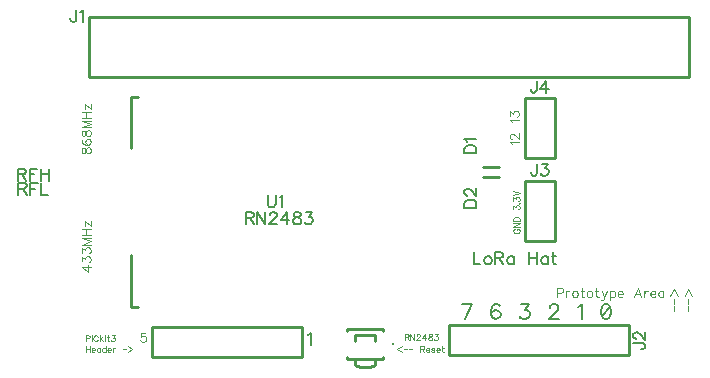
<source format=gbr>
G04 DipTrace 3.1.0.0*
G04 TopSilk.gbr*
%MOMM*%
G04 #@! TF.FileFunction,Legend,Top*
G04 #@! TF.Part,Single*
%ADD10C,0.254*%
%ADD31C,0.29999*%
%ADD67C,0.15686*%
%ADD68C,0.19608*%
%ADD69C,0.11765*%
%ADD70C,0.07843*%
%FSLAX35Y35*%
G04*
G71*
G90*
G75*
G01*
G04 TopSilk*
%LPD*%
X5179950Y2630053D2*
D10*
X5050050D1*
Y2539947D2*
X5179950D1*
X6796667Y3390000D2*
Y3898000D1*
X1716667Y3390000D2*
Y3898000D1*
X6796667D1*
X1716667Y3390000D2*
X6796667D1*
X6287000Y1287000D2*
X4763000D1*
X6287000Y1033000D2*
X4763000D1*
X6287000Y1287000D2*
Y1033000D1*
X4763000Y1287000D2*
Y1033000D1*
X5403000Y1999000D2*
X5657000D1*
X5403000Y2507000D2*
Y1999000D1*
Y2507000D2*
X5657000D1*
Y1999000D1*
Y3211000D2*
X5403000D1*
X5657000Y2703000D2*
Y3211000D1*
Y2703000D2*
X5403000D1*
Y3211000D1*
X2243333Y1274000D2*
Y1020000D1*
X3513333Y1274000D2*
X2243333D1*
X3513333Y1020000D2*
X2243333D1*
X3513333Y1274000D2*
Y1020000D1*
X4135009Y1205015D2*
X3965017D1*
X4200075Y1255000D2*
X3900044D1*
X4200075Y1005010D2*
X3900044D1*
X3965017Y1205015D2*
Y1154998D1*
X4135009Y1205015D2*
Y1154998D1*
X3900044Y1255000D2*
Y1239985D1*
X4200075Y1255000D2*
Y1239985D1*
X3900044Y1005010D2*
Y1019993D1*
X4200075Y1005010D2*
Y1019993D1*
X4135009Y1005010D2*
Y949988D1*
X4095011Y930000D1*
X4005062D1*
X3965017Y1005010D2*
Y949988D1*
X4005062Y930000D1*
D31*
X4290094Y1129989D3*
X2068475Y1885755D2*
D10*
Y1443878D1*
X2129067D1*
X2068475Y2784904D2*
Y3221788D1*
X2129067D1*
X4891211Y2743126D2*
D67*
X4993298D1*
X4993299Y2777155D1*
X4988357Y2791755D1*
X4978699Y2801526D1*
X4968928Y2806355D1*
X4954440Y2811184D1*
X4930069D1*
X4915469Y2806355D1*
X4905811Y2801526D1*
X4896040Y2791755D1*
X4891211Y2777155D1*
Y2743126D1*
X4910752Y2842557D2*
X4905811Y2852328D1*
X4891323Y2866928D1*
X4993298D1*
X4891211Y2281229D2*
X4993298D1*
X4993299Y2315258D1*
X4988357Y2329858D1*
X4978699Y2339629D1*
X4968928Y2344458D1*
X4954440Y2349287D1*
X4930069D1*
X4915469Y2344458D1*
X4905811Y2339629D1*
X4896040Y2329858D1*
X4891211Y2315258D1*
Y2281229D1*
X4915582Y2385601D2*
X4910752D1*
X4900982Y2390431D1*
X4896152Y2395260D1*
X4891323Y2405031D1*
Y2424460D1*
X4896152Y2434118D1*
X4900982Y2438947D1*
X4910752Y2443889D1*
X4920411D1*
X4930182Y2438947D1*
X4944669Y2429289D1*
X4993299Y2380660D1*
X4993298Y2448718D1*
X1603110Y3956789D2*
Y3879072D1*
X1598280Y3864472D1*
X1593339Y3859643D1*
X1583680Y3854702D1*
X1573910D1*
X1564251Y3859643D1*
X1559422Y3864472D1*
X1554480Y3879072D1*
Y3888731D1*
X1634482Y3937248D2*
X1644253Y3942189D1*
X1658853Y3956677D1*
Y3854702D1*
X6321460Y1134599D2*
X6399177D1*
X6413777Y1129770D1*
X6418606Y1124829D1*
X6423548Y1115170D1*
Y1105399D1*
X6418606Y1095741D1*
X6413777Y1090912D1*
X6399177Y1085970D1*
X6389519D1*
X6345831Y1170913D2*
X6341002D1*
X6331231Y1175743D1*
X6326402Y1180572D1*
X6321573Y1190343D1*
Y1209772D1*
X6326402Y1219430D1*
X6331231Y1224260D1*
X6341002Y1229201D1*
X6350660D1*
X6360431Y1224259D1*
X6374919Y1214601D1*
X6423548Y1165972D1*
Y1234030D1*
X5504599Y2655789D2*
Y2578072D1*
X5499770Y2563472D1*
X5494828Y2558643D1*
X5485170Y2553702D1*
X5475399D1*
X5465741Y2558643D1*
X5460911Y2563472D1*
X5455970Y2578072D1*
Y2587731D1*
X5545742Y2655677D2*
X5599089D1*
X5570001Y2616819D1*
X5584601D1*
X5594259Y2611989D1*
X5599089Y2607160D1*
X5604030Y2592560D1*
Y2582902D1*
X5599089Y2568302D1*
X5589430Y2558531D1*
X5574830Y2553702D1*
X5560230D1*
X5545742Y2558531D1*
X5540913Y2563472D1*
X5535972Y2573131D1*
X5502184Y3359789D2*
Y3282072D1*
X5497355Y3267472D1*
X5492414Y3262643D1*
X5482755Y3257702D1*
X5472984D1*
X5463326Y3262643D1*
X5458497Y3267472D1*
X5453555Y3282072D1*
Y3291731D1*
X5582186Y3257702D2*
Y3359677D1*
X5533557Y3291731D1*
X5606445D1*
X1110018Y2565551D2*
X1153705D1*
X1168305Y2570492D1*
X1173247Y2575321D1*
X1178076Y2584980D1*
Y2594751D1*
X1173247Y2604409D1*
X1168305Y2609351D1*
X1153705Y2614180D1*
X1110018D1*
Y2512092D1*
X1144047Y2565551D2*
X1178076Y2512092D1*
X1272678Y2614180D2*
X1209449D1*
Y2512092D1*
Y2565551D2*
X1248307D1*
X1304050Y2614180D2*
Y2512092D1*
X1372109Y2614180D2*
Y2512092D1*
X1304050Y2565551D2*
X1372109D1*
X1115570Y2444520D2*
X1159257D1*
X1173857Y2449462D1*
X1178799Y2454291D1*
X1183628Y2463949D1*
Y2473720D1*
X1178799Y2483379D1*
X1173857Y2488320D1*
X1159257Y2493149D1*
X1115570D1*
Y2391062D1*
X1149599Y2444520D2*
X1183628Y2391062D1*
X1278230Y2493149D2*
X1215001D1*
Y2391062D1*
Y2444520D2*
X1253859D1*
X1309603Y2493149D2*
Y2391062D1*
X1367890D1*
X3226082Y2389998D2*
Y2317110D1*
X3230912Y2302510D1*
X3240682Y2292852D1*
X3255282Y2287910D1*
X3264941D1*
X3279541Y2292852D1*
X3289312Y2302510D1*
X3294141Y2317110D1*
Y2389998D1*
X3325513Y2370456D2*
X3335284Y2375398D1*
X3349884Y2389886D1*
Y2287910D1*
X4894484Y1338922D2*
D68*
X4955270Y1466391D1*
X4870197D1*
X5190792Y1448282D2*
X5184756Y1460355D1*
X5166506Y1466391D1*
X5154432D1*
X5136182Y1460355D1*
X5123969Y1442105D1*
X5117932Y1411782D1*
Y1381459D1*
X5123969Y1357172D1*
X5136182Y1344959D1*
X5154432Y1338922D1*
X5160469D1*
X5178579Y1344959D1*
X5190792Y1357172D1*
X5196829Y1375422D1*
Y1381459D1*
X5190792Y1399709D1*
X5178579Y1411782D1*
X5160469Y1417818D1*
X5154432D1*
X5136182Y1411782D1*
X5123969Y1399709D1*
X5117932Y1381459D1*
X5371704Y1466391D2*
X5438387D1*
X5402027Y1417818D1*
X5420277D1*
X5432350Y1411782D1*
X5438387Y1405745D1*
X5444564Y1387495D1*
Y1375422D1*
X5438387Y1357172D1*
X5426314Y1344959D1*
X5408064Y1338922D1*
X5389814D1*
X5371704Y1344959D1*
X5365668Y1351135D1*
X5359491Y1363209D1*
X5613403Y1436068D2*
Y1442105D1*
X5619439Y1454318D1*
X5625476Y1460355D1*
X5637689Y1466391D1*
X5661976D1*
X5674049Y1460355D1*
X5680086Y1454318D1*
X5686263Y1442105D1*
Y1430032D1*
X5680086Y1417818D1*
X5668013Y1399709D1*
X5607226Y1338922D1*
X5692299D1*
X5854961Y1442105D2*
X5867175Y1448282D1*
X5885425Y1466391D1*
Y1338922D1*
X6084587Y1466391D2*
X6066337Y1460355D1*
X6054123Y1442105D1*
X6048087Y1411782D1*
Y1393532D1*
X6054123Y1363209D1*
X6066337Y1344959D1*
X6084587Y1338922D1*
X6096660D1*
X6114910Y1344959D1*
X6126983Y1363209D1*
X6133160Y1393532D1*
Y1411782D1*
X6126983Y1442105D1*
X6114910Y1460355D1*
X6096660Y1466391D1*
X6084587D1*
X6126983Y1442105D2*
X6054123Y1363209D1*
X4968236Y1905147D2*
D67*
Y1803059D1*
X5026524D1*
X5082155Y1871117D2*
X5072497Y1866288D1*
X5062726Y1856517D1*
X5057897Y1841917D1*
Y1832259D1*
X5062726Y1817659D1*
X5072497Y1808000D1*
X5082155Y1803059D1*
X5096755D1*
X5106526Y1808000D1*
X5116184Y1817659D1*
X5121126Y1832259D1*
Y1841917D1*
X5116184Y1856517D1*
X5106526Y1866288D1*
X5096755Y1871117D1*
X5082155D1*
X5152498Y1856517D2*
X5196186D1*
X5210786Y1861459D1*
X5215728Y1866288D1*
X5220557Y1875947D1*
Y1885717D1*
X5215728Y1895376D1*
X5210786Y1900317D1*
X5196186Y1905147D1*
X5152498D1*
Y1803059D1*
X5186528Y1856517D2*
X5220557Y1803059D1*
X5310217Y1871117D2*
Y1803059D1*
Y1856517D2*
X5300559Y1866288D1*
X5290788Y1871117D1*
X5276300D1*
X5266530Y1866288D1*
X5256871Y1856517D1*
X5251930Y1841917D1*
Y1832259D1*
X5256871Y1817659D1*
X5266530Y1808000D1*
X5276300Y1803059D1*
X5290788D1*
X5300559Y1808000D1*
X5310217Y1817659D1*
X5440347Y1905147D2*
Y1803059D1*
X5508405Y1905147D2*
Y1803059D1*
X5440347Y1856517D2*
X5508405D1*
X5598066Y1871117D2*
Y1803059D1*
Y1856517D2*
X5588407Y1866288D1*
X5578636Y1871117D1*
X5564149D1*
X5554378Y1866288D1*
X5544719Y1856517D1*
X5539778Y1841917D1*
Y1832259D1*
X5544719Y1817659D1*
X5554378Y1808000D1*
X5564149Y1803059D1*
X5578636D1*
X5588407Y1808000D1*
X5598066Y1817659D1*
X5644038Y1905147D2*
Y1822488D1*
X5648867Y1808000D1*
X5658638Y1803059D1*
X5668297D1*
X5629438Y1871117D2*
X5663467D1*
X5289708Y2819239D2*
D69*
X5286002Y2826567D1*
X5275136Y2837517D1*
X5351618D1*
X5293330Y2864753D2*
X5289708D1*
X5282380Y2868375D1*
X5278758Y2871997D1*
X5275136Y2879325D1*
Y2893897D1*
X5278758Y2901141D1*
X5282380Y2904762D1*
X5289708Y2908469D1*
X5296952D1*
X5304280Y2904762D1*
X5315146Y2897519D1*
X5351618Y2861047D1*
Y2912090D1*
X5289708Y3009688D2*
X5286002Y3017016D1*
X5275136Y3027966D1*
X5351618D1*
X5275136Y3058823D2*
Y3098833D1*
X5304280Y3077017D1*
Y3087967D1*
X5307902Y3095211D1*
X5311524Y3098833D1*
X5322474Y3102539D1*
X5329718D1*
X5340668Y3098833D1*
X5347996Y3091589D1*
X5351618Y3080639D1*
Y3069689D1*
X5347996Y3058823D1*
X5344289Y3055201D1*
X5337046Y3051495D1*
X5318566Y2103722D2*
D70*
X5313737Y2101308D1*
X5308851Y2096422D1*
X5306437Y2091593D1*
Y2081879D1*
X5308851Y2076993D1*
X5313737Y2072164D1*
X5318566Y2069693D1*
X5325866Y2067279D1*
X5338051D1*
X5345295Y2069693D1*
X5350181Y2072164D1*
X5355010Y2076993D1*
X5357481Y2081878D1*
Y2091593D1*
X5355010Y2096422D1*
X5350181Y2101308D1*
X5345295Y2103722D1*
X5338051D1*
Y2091593D1*
X5306437Y2153438D2*
X5357481D1*
X5306437Y2119409D1*
X5357481Y2119408D1*
X5306437Y2169124D2*
X5357481D1*
Y2186138D1*
X5355010Y2193438D1*
X5350181Y2198324D1*
X5345295Y2200738D1*
X5338051Y2203153D1*
X5325866D1*
X5318566Y2200739D1*
X5313737Y2198324D1*
X5308851Y2193439D1*
X5306437Y2186139D1*
Y2169124D1*
X5306493Y2273103D2*
Y2299776D1*
X5325922Y2285233D1*
Y2292533D1*
X5328337Y2297362D1*
X5330751Y2299776D1*
X5338051Y2302247D1*
X5342881D1*
X5350181Y2299776D1*
X5355066Y2294947D1*
X5357481Y2287647D1*
Y2280347D1*
X5355066Y2273103D1*
X5352595Y2270689D1*
X5347766Y2268218D1*
X5352595Y2320348D2*
X5355066Y2317933D1*
X5357481Y2320348D1*
X5355066Y2322819D1*
X5352595Y2320348D1*
X5306493Y2343391D2*
Y2370064D1*
X5325922Y2355520D1*
Y2362820D1*
X5328337Y2367649D1*
X5330751Y2370064D1*
X5338051Y2372534D1*
X5342881D1*
X5350181Y2370064D1*
X5355066Y2365234D1*
X5357481Y2357934D1*
Y2350634D1*
X5355066Y2343390D1*
X5352595Y2340976D1*
X5347766Y2338505D1*
X5306437Y2388221D2*
X5357481Y2407650D1*
X5306437Y2427079D1*
X3038236Y2196517D2*
D67*
X3081924D1*
X3096524Y2201459D1*
X3101466Y2206288D1*
X3106295Y2215947D1*
Y2225717D1*
X3101466Y2235376D1*
X3096524Y2240317D1*
X3081924Y2245147D1*
X3038236D1*
Y2143059D1*
X3072266Y2196517D2*
X3106295Y2143059D1*
X3205726Y2245147D2*
Y2143059D1*
X3137667Y2245147D1*
Y2143059D1*
X3242040Y2220776D2*
Y2225605D1*
X3246869Y2235376D1*
X3251698Y2240205D1*
X3261469Y2245034D1*
X3280898D1*
X3290557Y2240205D1*
X3295386Y2235376D1*
X3300328Y2225605D1*
Y2215947D1*
X3295386Y2206176D1*
X3285728Y2191688D1*
X3237098Y2143059D1*
X3305157D1*
X3385159D2*
Y2245034D1*
X3336530Y2177088D1*
X3409417D1*
X3465048Y2245034D2*
X3450561Y2240205D1*
X3445619Y2230547D1*
Y2220776D1*
X3450561Y2211117D1*
X3460219Y2206176D1*
X3479648Y2201347D1*
X3494248Y2196517D1*
X3503907Y2186747D1*
X3508736Y2177088D1*
Y2162488D1*
X3503907Y2152830D1*
X3499077Y2147888D1*
X3484477Y2143059D1*
X3465048D1*
X3450561Y2147888D1*
X3445619Y2152830D1*
X3440790Y2162488D1*
Y2177088D1*
X3445619Y2186747D1*
X3455390Y2196517D1*
X3469877Y2201347D1*
X3489307Y2206176D1*
X3499077Y2211117D1*
X3503907Y2220776D1*
Y2230547D1*
X3499077Y2240205D1*
X3484477Y2245034D1*
X3465048D1*
X3549879D2*
X3603225D1*
X3574138Y2206176D1*
X3588738D1*
X3598396Y2201347D1*
X3603225Y2196517D1*
X3608167Y2181917D1*
Y2172259D1*
X3603225Y2157659D1*
X3593567Y2147888D1*
X3578967Y2143059D1*
X3564367D1*
X3549879Y2147888D1*
X3545050Y2152830D1*
X3540108Y2162488D1*
X5676276Y1563668D2*
D69*
X5709126D1*
X5719991Y1567290D1*
X5723698Y1570996D1*
X5727320Y1578240D1*
Y1589190D1*
X5723698Y1596434D1*
X5719991Y1600140D1*
X5709126Y1603762D1*
X5676276D1*
Y1527196D1*
X5750849Y1578240D2*
Y1527196D1*
Y1556340D2*
X5754555Y1567290D1*
X5761799Y1574618D1*
X5769127Y1578240D1*
X5780077D1*
X5821800D2*
X5814556Y1574618D1*
X5807228Y1567290D1*
X5803606Y1556340D1*
Y1549096D1*
X5807228Y1538146D1*
X5814556Y1530902D1*
X5821800Y1527196D1*
X5832750D1*
X5840078Y1530902D1*
X5847322Y1538146D1*
X5851028Y1549096D1*
Y1556340D1*
X5847322Y1567290D1*
X5840078Y1574618D1*
X5832750Y1578240D1*
X5821800D1*
X5885508Y1603762D2*
Y1541768D1*
X5889130Y1530902D1*
X5896458Y1527196D1*
X5903702D1*
X5874558Y1578240D2*
X5900080D1*
X5945425D2*
X5938181Y1574618D1*
X5930853Y1567290D1*
X5927231Y1556340D1*
Y1549096D1*
X5930853Y1538146D1*
X5938181Y1530902D1*
X5945425Y1527196D1*
X5956375D1*
X5963703Y1530902D1*
X5970947Y1538146D1*
X5974653Y1549096D1*
Y1556340D1*
X5970947Y1567290D1*
X5963703Y1574618D1*
X5956375Y1578240D1*
X5945425D1*
X6009132Y1603762D2*
Y1541768D1*
X6012754Y1530902D1*
X6020082Y1527196D1*
X6027326D1*
X5998182Y1578240D2*
X6023704D1*
X6054562D2*
X6076378Y1527196D1*
X6069134Y1512624D1*
X6061806Y1505296D1*
X6054562Y1501674D1*
X6050856D1*
X6098278Y1578240D2*
X6076378Y1527196D1*
X6121807Y1578240D2*
Y1501674D1*
Y1567290D2*
X6129135Y1574534D1*
X6136379Y1578240D1*
X6147329D1*
X6154657Y1574534D1*
X6161901Y1567290D1*
X6165607Y1556340D1*
Y1549012D1*
X6161901Y1538146D1*
X6154657Y1530818D1*
X6147329Y1527196D1*
X6136379D1*
X6129135Y1530818D1*
X6121807Y1538146D1*
X6189136Y1556340D2*
X6232852D1*
Y1563668D1*
X6229230Y1570996D1*
X6225608Y1574618D1*
X6218280Y1578240D1*
X6207330D1*
X6200086Y1574618D1*
X6192758Y1567290D1*
X6189136Y1556340D1*
Y1549096D1*
X6192758Y1538146D1*
X6200086Y1530902D1*
X6207330Y1527196D1*
X6218280D1*
X6225608Y1530902D1*
X6232852Y1538146D1*
X6388821Y1527196D2*
X6359593Y1603762D1*
X6330449Y1527196D1*
X6341399Y1552718D2*
X6377871D1*
X6412351Y1578240D2*
Y1527196D1*
Y1556340D2*
X6416057Y1567290D1*
X6423301Y1574618D1*
X6430629Y1578240D1*
X6441579D1*
X6465108Y1556340D2*
X6508824D1*
Y1563668D1*
X6505202Y1570996D1*
X6501580Y1574618D1*
X6494252Y1578240D1*
X6483302D1*
X6476058Y1574618D1*
X6468730Y1567290D1*
X6465108Y1556340D1*
Y1549096D1*
X6468730Y1538146D1*
X6476058Y1530902D1*
X6483302Y1527196D1*
X6494252D1*
X6501580Y1530902D1*
X6508824Y1538146D1*
X6576069Y1578240D2*
Y1527196D1*
Y1567290D2*
X6568825Y1574618D1*
X6561497Y1578240D1*
X6550632D1*
X6543303Y1574618D1*
X6536060Y1567290D1*
X6532353Y1556340D1*
Y1549096D1*
X6536060Y1538146D1*
X6543303Y1530902D1*
X6550632Y1527196D1*
X6561497D1*
X6568825Y1530902D1*
X6576069Y1538146D1*
X6667817Y1405883D2*
Y1447998D1*
Y1471527D2*
Y1513643D1*
X6635009Y1537172D2*
X6667859Y1595460D1*
X6700625Y1537172D1*
X6787817Y1405883D2*
Y1447998D1*
Y1471527D2*
Y1513643D1*
X6755009Y1537172D2*
X6787859Y1595460D1*
X6820625Y1537172D1*
X1684315Y1175647D2*
D70*
X1706215D1*
X1713459Y1178062D1*
X1715930Y1180533D1*
X1718344Y1185362D1*
Y1192662D1*
X1715930Y1197491D1*
X1713459Y1199962D1*
X1706215Y1202377D1*
X1684315D1*
Y1151333D1*
X1734030Y1202377D2*
Y1151333D1*
X1786161Y1190247D2*
X1783746Y1195077D1*
X1778861Y1199962D1*
X1774031Y1202377D1*
X1764317D1*
X1759431Y1199962D1*
X1754602Y1195077D1*
X1752131Y1190247D1*
X1749717Y1182947D1*
Y1170762D1*
X1752131Y1163518D1*
X1754602Y1158633D1*
X1759431Y1153804D1*
X1764317Y1151333D1*
X1774031D1*
X1778861Y1153804D1*
X1783746Y1158633D1*
X1786161Y1163518D1*
X1801847Y1202377D2*
Y1151333D1*
X1826161Y1185362D2*
X1801847Y1161047D1*
X1811561Y1170762D2*
X1828576Y1151333D1*
X1844262Y1202377D2*
X1846677Y1199962D1*
X1849148Y1202377D1*
X1846677Y1204847D1*
X1844262Y1202377D1*
X1846677Y1185362D2*
Y1151333D1*
X1872134Y1202377D2*
Y1161047D1*
X1874549Y1153804D1*
X1879434Y1151333D1*
X1884263D1*
X1864834Y1185362D2*
X1881849D1*
X1904835Y1202320D2*
X1931508D1*
X1916964Y1182891D1*
X1924264D1*
X1929093Y1180477D1*
X1931508Y1178062D1*
X1933979Y1170762D1*
Y1165933D1*
X1931508Y1158633D1*
X1926679Y1153747D1*
X1919379Y1151333D1*
X1912079D1*
X1904835Y1153747D1*
X1902420Y1156218D1*
X1899949Y1161047D1*
X1684315Y1112377D2*
Y1061333D1*
X1718344Y1112377D2*
Y1061333D1*
X1684315Y1088062D2*
X1718344D1*
X1734030Y1080762D2*
X1763174D1*
Y1085647D1*
X1760760Y1090533D1*
X1758345Y1092947D1*
X1753460Y1095362D1*
X1746160D1*
X1741330Y1092947D1*
X1736445Y1088062D1*
X1734030Y1080762D1*
Y1075933D1*
X1736445Y1068633D1*
X1741330Y1063804D1*
X1746160Y1061333D1*
X1753460D1*
X1758345Y1063804D1*
X1763174Y1068633D1*
X1808004Y1095362D2*
Y1061333D1*
Y1088062D2*
X1803175Y1092947D1*
X1798290Y1095362D1*
X1791046D1*
X1786161Y1092947D1*
X1781331Y1088062D1*
X1778861Y1080762D1*
Y1075933D1*
X1781331Y1068633D1*
X1786161Y1063804D1*
X1791046Y1061333D1*
X1798290D1*
X1803175Y1063804D1*
X1808004Y1068633D1*
X1852834Y1112377D2*
Y1061333D1*
Y1088062D2*
X1848005Y1092947D1*
X1843120Y1095362D1*
X1835820D1*
X1830991Y1092947D1*
X1826105Y1088062D1*
X1823691Y1080762D1*
Y1075933D1*
X1826105Y1068633D1*
X1830991Y1063804D1*
X1835820Y1061333D1*
X1843120D1*
X1848005Y1063804D1*
X1852834Y1068633D1*
X1868521Y1080762D2*
X1897665D1*
Y1085647D1*
X1895250Y1090533D1*
X1892835Y1092947D1*
X1887950Y1095362D1*
X1880650D1*
X1875821Y1092947D1*
X1870935Y1088062D1*
X1868521Y1080762D1*
Y1075933D1*
X1870935Y1068633D1*
X1875821Y1063804D1*
X1880650Y1061333D1*
X1887950D1*
X1892835Y1063804D1*
X1897665Y1068633D1*
X1913351Y1095362D2*
Y1061333D1*
Y1080762D2*
X1915822Y1088062D1*
X1920651Y1092947D1*
X1925536Y1095362D1*
X1932836D1*
X1997901Y1086827D2*
X2025978D1*
X2041664Y1108699D2*
X2080523Y1086799D1*
X2041664Y1064955D1*
X3568236Y1205605D2*
D67*
X3578007Y1210547D1*
X3592607Y1225034D1*
Y1123059D1*
X2189991Y1223677D2*
D69*
X2153604D1*
X2149982Y1190912D1*
X2153604Y1194534D1*
X2164554Y1198240D1*
X2175420D1*
X2186370Y1194534D1*
X2193698Y1187290D1*
X2197320Y1176340D1*
Y1169096D1*
X2193698Y1158146D1*
X2186370Y1150818D1*
X2175420Y1147196D1*
X2164554D1*
X2153604Y1150818D1*
X2149982Y1154524D1*
X2146276Y1161768D1*
X4384315Y1188062D2*
D70*
X4406159D1*
X4413459Y1190533D1*
X4415930Y1192947D1*
X4418344Y1197777D1*
Y1202662D1*
X4415930Y1207491D1*
X4413459Y1209962D1*
X4406159Y1212377D1*
X4384315D1*
Y1161333D1*
X4401330Y1188062D2*
X4418344Y1161333D1*
X4468060Y1212377D2*
Y1161333D1*
X4434030Y1212377D1*
Y1161333D1*
X4486217Y1200191D2*
Y1202606D1*
X4488631Y1207491D1*
X4491046Y1209906D1*
X4495931Y1212320D1*
X4505646D1*
X4510475Y1209906D1*
X4512890Y1207491D1*
X4515361Y1202606D1*
Y1197777D1*
X4512890Y1192891D1*
X4508061Y1185647D1*
X4483746Y1161333D1*
X4517775D1*
X4557776D2*
Y1212320D1*
X4533461Y1178347D1*
X4569905D1*
X4597721Y1212320D2*
X4590477Y1209906D1*
X4588006Y1205077D1*
Y1200191D1*
X4590477Y1195362D1*
X4595306Y1192891D1*
X4605021Y1190477D1*
X4612321Y1188062D1*
X4617150Y1183177D1*
X4619565Y1178347D1*
Y1171047D1*
X4617150Y1166218D1*
X4614735Y1163747D1*
X4607435Y1161333D1*
X4597721D1*
X4590477Y1163747D1*
X4588006Y1166218D1*
X4585592Y1171047D1*
Y1178347D1*
X4588006Y1183177D1*
X4592892Y1188062D1*
X4600135Y1190477D1*
X4609850Y1192891D1*
X4614735Y1195362D1*
X4617150Y1200191D1*
Y1205077D1*
X4614735Y1209906D1*
X4607435Y1212320D1*
X4597721D1*
X4640136D2*
X4666809D1*
X4652266Y1192891D1*
X4659566D1*
X4664395Y1190477D1*
X4666809Y1188062D1*
X4669280Y1180762D1*
Y1175933D1*
X4666809Y1168633D1*
X4661980Y1163747D1*
X4654680Y1161333D1*
X4647380D1*
X4640136Y1163747D1*
X4637722Y1166218D1*
X4635251Y1171047D1*
X4363173Y1108699D2*
X4324315Y1086799D1*
X4363173Y1064955D1*
X4378860Y1086827D2*
X4406937D1*
X4422623D2*
X4450700D1*
X4515765Y1088062D2*
X4537608D1*
X4544908Y1090533D1*
X4547379Y1092947D1*
X4549794Y1097777D1*
Y1102662D1*
X4547379Y1107491D1*
X4544908Y1109962D1*
X4537608Y1112377D1*
X4515765D1*
Y1061333D1*
X4532779Y1088062D2*
X4549794Y1061333D1*
X4565480Y1080762D2*
X4594624D1*
Y1085647D1*
X4592209Y1090533D1*
X4589795Y1092947D1*
X4584909Y1095362D1*
X4577609D1*
X4572780Y1092947D1*
X4567895Y1088062D1*
X4565480Y1080762D1*
Y1075933D1*
X4567895Y1068633D1*
X4572780Y1063804D1*
X4577609Y1061333D1*
X4584909D1*
X4589795Y1063804D1*
X4594624Y1068633D1*
X4637039Y1088062D2*
X4634625Y1092947D1*
X4627325Y1095362D1*
X4620025D1*
X4612725Y1092947D1*
X4610310Y1088062D1*
X4612725Y1083233D1*
X4617610Y1080762D1*
X4629739Y1078347D1*
X4634625Y1075933D1*
X4637039Y1071047D1*
Y1068633D1*
X4634625Y1063804D1*
X4627325Y1061333D1*
X4620025D1*
X4612725Y1063804D1*
X4610310Y1068633D1*
X4652726Y1080762D2*
X4681870D1*
Y1085647D1*
X4679455Y1090533D1*
X4677040Y1092947D1*
X4672155Y1095362D1*
X4664855D1*
X4660026Y1092947D1*
X4655140Y1088062D1*
X4652726Y1080762D1*
Y1075933D1*
X4655140Y1068633D1*
X4660026Y1063804D1*
X4664855Y1061333D1*
X4672155D1*
X4677040Y1063804D1*
X4681870Y1068633D1*
X4704856Y1112377D2*
Y1071047D1*
X4707270Y1063804D1*
X4712156Y1061333D1*
X4716985D1*
X4697556Y1095362D2*
X4714570D1*
X1651649Y2760920D2*
D69*
X1655271Y2750054D1*
X1662515Y2746348D1*
X1669843D1*
X1677087Y2750054D1*
X1680793Y2757298D1*
X1684415Y2771870D1*
X1688037Y2782820D1*
X1695365Y2790064D1*
X1702609Y2793685D1*
X1713559D1*
X1720803Y2790064D1*
X1724509Y2786442D1*
X1728131Y2775492D1*
Y2760920D1*
X1724509Y2750054D1*
X1720803Y2746348D1*
X1713559Y2742726D1*
X1702609D1*
X1695365Y2746348D1*
X1688037Y2753676D1*
X1684415Y2764542D1*
X1680793Y2779114D1*
X1677087Y2786442D1*
X1669843Y2790064D1*
X1662515D1*
X1655271Y2786442D1*
X1651649Y2775492D1*
Y2760920D1*
X1662515Y2860931D2*
X1655271Y2857309D1*
X1651649Y2846359D1*
Y2839115D1*
X1655271Y2828165D1*
X1666221Y2820837D1*
X1684415Y2817215D1*
X1702609D1*
X1717181Y2820837D1*
X1724509Y2828165D1*
X1728131Y2839115D1*
Y2842737D1*
X1724509Y2853602D1*
X1717181Y2860931D1*
X1706231Y2864552D1*
X1702609D1*
X1691659Y2860931D1*
X1684415Y2853603D1*
X1680793Y2842737D1*
Y2839115D1*
X1684415Y2828165D1*
X1691659Y2820837D1*
X1702609Y2817215D1*
X1651649Y2906276D2*
X1655271Y2895410D1*
X1662515Y2891704D1*
X1669843D1*
X1677087Y2895410D1*
X1680793Y2902654D1*
X1684415Y2917226D1*
X1688037Y2928176D1*
X1695365Y2935420D1*
X1702609Y2939041D1*
X1713559D1*
X1720803Y2935420D1*
X1724509Y2931798D1*
X1728131Y2920848D1*
Y2906276D1*
X1724509Y2895410D1*
X1720803Y2891704D1*
X1713559Y2888082D1*
X1702609D1*
X1695365Y2891704D1*
X1688037Y2899032D1*
X1684415Y2909898D1*
X1680793Y2924470D1*
X1677087Y2931798D1*
X1669843Y2935420D1*
X1662515D1*
X1655271Y2931798D1*
X1651649Y2920848D1*
Y2906276D1*
X1728131Y3020859D2*
X1651565D1*
X1728131Y2991715D1*
X1651565Y2962571D1*
X1728131D1*
X1651565Y3044388D2*
X1728131D1*
X1651565Y3095432D2*
X1728131D1*
X1688037Y3044388D2*
Y3095432D1*
X1677087Y3118961D2*
Y3159055D1*
X1728131Y3118961D1*
Y3159055D1*
Y1779198D2*
X1651649D1*
X1702609Y1742726D1*
Y1797392D1*
X1651649Y1828249D2*
Y1868259D1*
X1680793Y1846443D1*
Y1857393D1*
X1684415Y1864637D1*
X1688037Y1868259D1*
X1698987Y1871965D1*
X1706231D1*
X1717181Y1868259D1*
X1724509Y1861015D1*
X1728131Y1850065D1*
Y1839115D1*
X1724509Y1828249D1*
X1720803Y1824627D1*
X1713559Y1820921D1*
X1651649Y1902822D2*
Y1942832D1*
X1680793Y1921016D1*
Y1931966D1*
X1684415Y1939210D1*
X1688037Y1942832D1*
X1698987Y1946538D1*
X1706231D1*
X1717181Y1942832D1*
X1724509Y1935588D1*
X1728131Y1924638D1*
Y1913688D1*
X1724509Y1902822D1*
X1720803Y1899200D1*
X1713559Y1895494D1*
X1728131Y2028355D2*
X1651565D1*
X1728131Y1999211D1*
X1651565Y1970067D1*
X1728131D1*
X1651565Y2051885D2*
X1728131Y2051884D1*
X1651565Y2102928D2*
X1728131D1*
X1688037Y2051885D2*
Y2102928D1*
X1677087Y2126458D2*
Y2166552D1*
X1728131Y2126458D1*
Y2166552D1*
M02*

</source>
